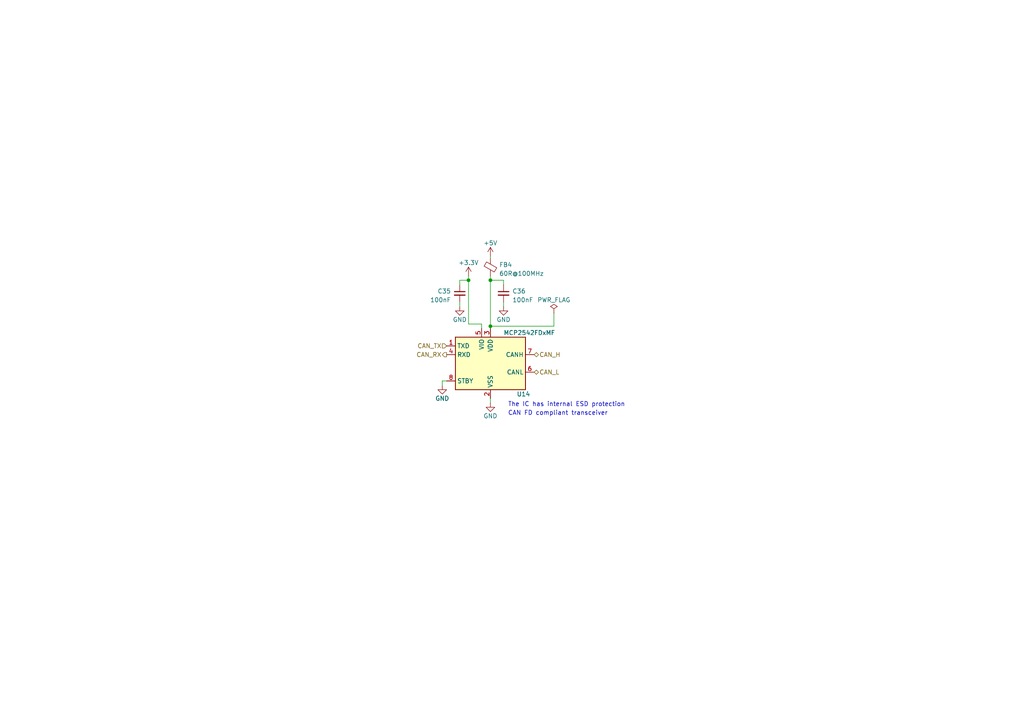
<source format=kicad_sch>
(kicad_sch (version 20231120) (generator "eeschema") (generator_version "8.0")
  (paper "A4")
  (title_block (title "CAN bus") (date "2023-03-11") (rev "${REVISION}") (company "Author: Szymon Kostrubiec") (comment 1 "Reviewer:"))
  (lib_symbols
    (symbol "Device:C_Small" (pin_numbers hide) (pin_names (offset 0.254) hide)
      (property "Reference" "C" (at 0.254 1.778 0))
      (property "Value" "C_Small" (at 0.254 -2.032 0))
      (symbol "C_Small_0_1"
        (polyline (pts (xy -1.524 -0.508) (xy 1.524 -0.508)) (stroke (width 0.3302)))
        (polyline (pts (xy -1.524 0.508) (xy 1.524 0.508)) (stroke (width 0.3048)))
      )
      (symbol "C_Small_1_1"
        (pin passive line (at 0 2.54 270) (length 2.032) (name "~") (number "1"))
        (pin passive line (at 0 -2.54 90) (length 2.032) (name "~") (number "2"))
      )
    )
    (symbol "Device:FerriteBead_Small" (pin_numbers hide) (pin_names (offset 0))
      (property "Reference" "FB" (at 1.905 1.27 0))
      (property "Value" "FerriteBead_Small" (at 1.905 -1.27 0))
      (symbol "FerriteBead_Small_0_1"
        (polyline (pts (xy 0 -1.27) (xy 0 -0.7874)))
        (polyline (pts (xy 0 0.889) (xy 0 1.2954)))
        (polyline (pts (xy -1.8288 0.2794) (xy -1.1176 1.4986) (xy 1.8288 -0.2032) (xy 1.1176 -1.4224) (xy -1.8288 0.2794)))
      )
      (symbol "FerriteBead_Small_1_1"
        (pin passive line (at 0 2.54 270) (length 1.27) (name "~") (number "1"))
        (pin passive line (at 0 -2.54 90) (length 1.27) (name "~") (number "2"))
      )
    )
    (symbol "Interface_CAN_LIN:MCP2542FDxMF"
      (property "Reference" "U" (at -10.16 8.89 0))
      (property "Value" "MCP2542FDxMF" (at 2.54 8.89 0))
      (symbol "MCP2542FDxMF_0_1"
        (rectangle (start -10.16 7.62) (end 10.16 -7.62) (stroke (width 0.254)) (fill (type background)))
      )
      (symbol "MCP2542FDxMF_1_1"
        (pin input line (at -12.7 5.08 0) (length 2.54) (name "TXD") (number "1"))
        (pin power_in line (at 0 -10.16 90) (length 2.54) (name "VSS") (number "2"))
        (pin power_in line (at 0 10.16 270) (length 2.54) (name "VDD") (number "3"))
        (pin output line (at -12.7 2.54 0) (length 2.54) (name "RXD") (number "4"))
        (pin power_in line (at -2.54 10.16 270) (length 2.54) (name "VIO") (number "5"))
        (pin bidirectional line (at 12.7 -2.54 180) (length 2.54) (name "CANL") (number "6"))
        (pin bidirectional line (at 12.7 2.54 180) (length 2.54) (name "CANH") (number "7"))
        (pin input line (at -12.7 -5.08 0) (length 2.54) (name "STBY") (number "8"))
        (pin passive line (at 0 -10.16 90) (length 2.54) hide (name "VSS") (number "9"))
      )
    )
    (symbol "power:+3.3V" (power) (pin_names (offset 0))
      (property "Value" "+3.3V" (at 0 3.556 0))
      (symbol "+3.3V_0_1"
        (polyline (pts (xy -0.762 1.27) (xy 0 2.54)))
        (polyline (pts (xy 0 0) (xy 0 2.54)))
        (polyline (pts (xy 0 2.54) (xy 0.762 1.27)))
      )
      (symbol "+3.3V_1_1"
        (pin power_in line (at 0 0 90) (length 0) hide (name "+3.3V") (number "1"))
      )
    )
    (symbol "power:+5V" (power) (pin_names (offset 0))
      (property "Value" "+5V" (at 0 3.556 0))
      (symbol "+5V_0_1"
        (polyline (pts (xy -0.762 1.27) (xy 0 2.54)))
        (polyline (pts (xy 0 0) (xy 0 2.54)))
        (polyline (pts (xy 0 2.54) (xy 0.762 1.27)))
      )
      (symbol "+5V_1_1"
        (pin power_in line (at 0 0 90) (length 0) hide (name "+5V") (number "1"))
      )
    )
    (symbol "power:GND" (power) (pin_names (offset 0))
      (property "Value" "GND" (at 0 -3.81 0))
      (symbol "GND_0_1"
        (polyline (pts (xy 0 0) (xy 0 -1.27) (xy 1.27 -1.27) (xy 0 -2.54) (xy -1.27 -1.27) (xy 0 -1.27)))
      )
      (symbol "GND_1_1"
        (pin power_in line (at 0 0 270) (length 0) hide (name "GND") (number "1"))
      )
    )
    (symbol "power:PWR_FLAG" (power) (pin_numbers hide) (pin_names (offset 0) hide)
      (property "Value" "PWR_FLAG" (at 0 3.81 0))
      (symbol "PWR_FLAG_0_0"
        (pin power_out line (at 0 0 90) (length 0) (name "pwr") (number "1"))
      )
      (symbol "PWR_FLAG_0_1"
        (polyline (pts (xy 0 0) (xy 0 1.27) (xy -1.016 1.905) (xy 0 2.54) (xy 1.016 1.905) (xy 0 1.27)))
      )
    )
  )
  (junction (at 135.89 81.28))
  (junction (at 142.24 81.28))
  (junction (at 142.24 94.615))
  (wire (pts (xy 139.7 95.25) (xy 139.7 93.98)))
  (wire (pts (xy 135.89 81.28) (xy 135.89 93.98)))
  (wire (pts (xy 142.24 74.295) (xy 142.24 74.93)))
  (wire (pts (xy 142.24 94.615) (xy 142.24 95.25)))
  (wire (pts (xy 133.35 81.28) (xy 135.89 81.28)))
  (wire (pts (xy 139.7 93.98) (xy 135.89 93.98)))
  (wire (pts (xy 142.24 81.28) (xy 146.05 81.28)))
  (wire (pts (xy 146.05 82.55) (xy 146.05 81.28)))
  (wire (pts (xy 146.05 87.63) (xy 146.05 88.9)))
  (wire (pts (xy 133.35 82.55) (xy 133.35 81.28)))
  (wire (pts (xy 142.24 115.57) (xy 142.24 116.84)))
  (wire (pts (xy 160.655 94.615) (xy 160.655 90.805)))
  (wire (pts (xy 128.27 111.76) (xy 128.27 110.49)))
  (wire (pts (xy 128.27 110.49) (xy 129.54 110.49)))
  (wire (pts (xy 142.24 81.28) (xy 142.24 94.615)))
  (wire (pts (xy 135.89 80.01) (xy 135.89 81.28)))
  (wire (pts (xy 142.24 94.615) (xy 160.655 94.615)))
  (wire (pts (xy 142.24 80.01) (xy 142.24 81.28)))
  (wire (pts (xy 133.35 87.63) (xy 133.35 88.9)))
  (text "The IC has internal ESD protection" (at 147.32 118.11 0) (effects (font (size 1.27 1.27)) (justify left bottom)))
  (text "CAN FD compliant transceiver\n" (at 147.32 120.65 0) (effects (font (size 1.27 1.27)) (justify left bottom)))
  (hierarchical_label "CAN_H" (shape bidirectional) (at 154.94 102.87 0))
  (hierarchical_label "CAN_RX" (shape output) (at 129.54 102.87 180))
  (hierarchical_label "CAN_L" (shape bidirectional) (at 154.94 107.95 0))
  (hierarchical_label "CAN_TX" (shape input) (at 129.54 100.33 180))
  (symbol (lib_id "Device:C_Small") (at 146.05 85.09 0) (unit 1)
    (property "Reference" "C36" (at 148.59 84.4613 0) (effects (justify left)))
    (property "Value" "100nF" (at 148.59 87.0013 0) (effects (justify left)))
    (property "Footprint" "Capacitor_SMD:C_0402_1005Metric_Pad0.74x0.62mm_HandSolder" (effects (hide yes)))
    (instances (project "PUTM_EV_Frontbox_2023" (path "" (reference "C36") (unit 1)) (path "" (reference "C28") (unit 1))))
  )
  (symbol (lib_id "power:GND") (at 133.35 88.9 0) (unit 1)
    (property "Reference" "#PWR0109" (effects (hide yes)))
    (property "Value" "GND" (at 133.35 92.71 0))
    (instances (project "PUTM_EV_Frontbox_2023" (path "" (reference "#PWR0109") (unit 1)) (path "" (reference "#PWR061") (unit 1))))
  )
  (symbol (lib_id "power:GND") (at 142.24 116.84 0) (unit 1)
    (property "Reference" "#PWR0112" (effects (hide yes)))
    (property "Value" "GND" (at 142.24 120.65 0))
    (instances (project "PUTM_EV_Frontbox_2023" (path "" (reference "#PWR0112") (unit 1)) (path "" (reference "#PWR064") (unit 1))))
  )
  (symbol (lib_id "power:GND") (at 128.27 111.76 0) (unit 1)
    (property "Reference" "#PWR0108" (effects (hide yes)))
    (property "Value" "GND" (at 128.27 115.57 0))
    (instances (project "PUTM_EV_Frontbox_2023" (path "" (reference "#PWR0108") (unit 1)) (path "" (reference "#PWR060") (unit 1))))
  )
  (symbol (lib_id "power:PWR_FLAG") (at 160.655 90.805 0) (unit 1)
    (property "Reference" "#FLG010" (effects (hide yes)))
    (property "Value" "PWR_FLAG" (at 160.655 86.995 0))
    (instances (project "PUTM_EV_Frontbox_2023" (path "" (reference "#FLG010") (unit 1)) (path "" (reference "#FLG09") (unit 1))))
  )
  (symbol (lib_id "power:GND") (at 146.05 88.9 0) (unit 1)
    (property "Reference" "#PWR0113" (effects (hide yes)))
    (property "Value" "GND" (at 146.05 92.71 0))
    (instances (project "PUTM_EV_Frontbox_2023" (path "" (reference "#PWR0113") (unit 1)) (path "" (reference "#PWR065") (unit 1))))
  )
  (symbol (lib_id "Device:C_Small") (at 133.35 85.09 0) (mirror y) (unit 1)
    (property "Reference" "C35" (at 130.81 84.4613 0) (effects (justify left)))
    (property "Value" "100nF" (at 130.81 87.0013 0) (effects (justify left)))
    (property "Footprint" "Capacitor_SMD:C_0402_1005Metric_Pad0.74x0.62mm_HandSolder" (effects (hide yes)))
    (instances (project "PUTM_EV_Frontbox_2023" (path "" (reference "C35") (unit 1)) (path "" (reference "C27") (unit 1))))
  )
  (symbol (lib_id "power:+3.3V") (at 135.89 80.01 0) (unit 1)
    (property "Reference" "#PWR0110" (effects (hide yes)))
    (property "Value" "+3.3V" (at 135.89 76.2 0))
    (instances (project "PUTM_EV_Frontbox_2023" (path "" (reference "#PWR0110") (unit 1)) (path "" (reference "#PWR062") (unit 1))))
  )
  (symbol (lib_id "Interface_CAN_LIN:MCP2542FDxMF") (at 142.24 105.41 0) (unit 1)
    (property "Reference" "U14" (at 149.86 114.3 0) (effects (justify left)))
    (property "Value" "MCP2542FDxMF" (at 146.05 96.52 0) (effects (justify left)))
    (property "Footprint" "Package_DFN_QFN:DFN-8-1EP_3x3mm_P0.65mm_EP1.55x2.4mm" (effects (hide yes)))
    (property "Datasheet" "http://ww1.microchip.com/downloads/en/DeviceDoc/MCP2542FD-4FD-MCP2542WFD-4WFD-Data-Sheet20005514B.pdf" (effects (hide yes)))
    (instances (project "PUTM_EV_Frontbox_2023" (path "" (reference "U14") (unit 1)) (path "" (reference "U8") (unit 1))))
  )
  (symbol (lib_id "power:+5V") (at 142.24 74.295 0) (unit 1)
    (property "Reference" "#PWR0111" (effects (hide yes)))
    (property "Value" "+5V" (at 142.24 70.485 0))
    (instances (project "PUTM_EV_Frontbox_2023" (path "" (reference "#PWR0111") (unit 1)) (path "" (reference "#PWR063") (unit 1))))
  )
  (symbol (lib_id "Device:FerriteBead_Small") (at 142.24 77.47 0) (unit 1)
    (property "Reference" "FB4" (at 144.78 76.7969 0) (effects (justify left)))
    (property "Value" "60R@100MHz" (at 144.78 79.3369 0) (effects (justify left)))
    (property "Footprint" "Inductor_SMD:L_0603_1608Metric" (effects (hide yes)))
    (instances (project "PUTM_EV_Frontbox_2023" (path "" (reference "FB4") (unit 1)) (path "" (reference "FB3") (unit 1))))
  )
)
</source>
